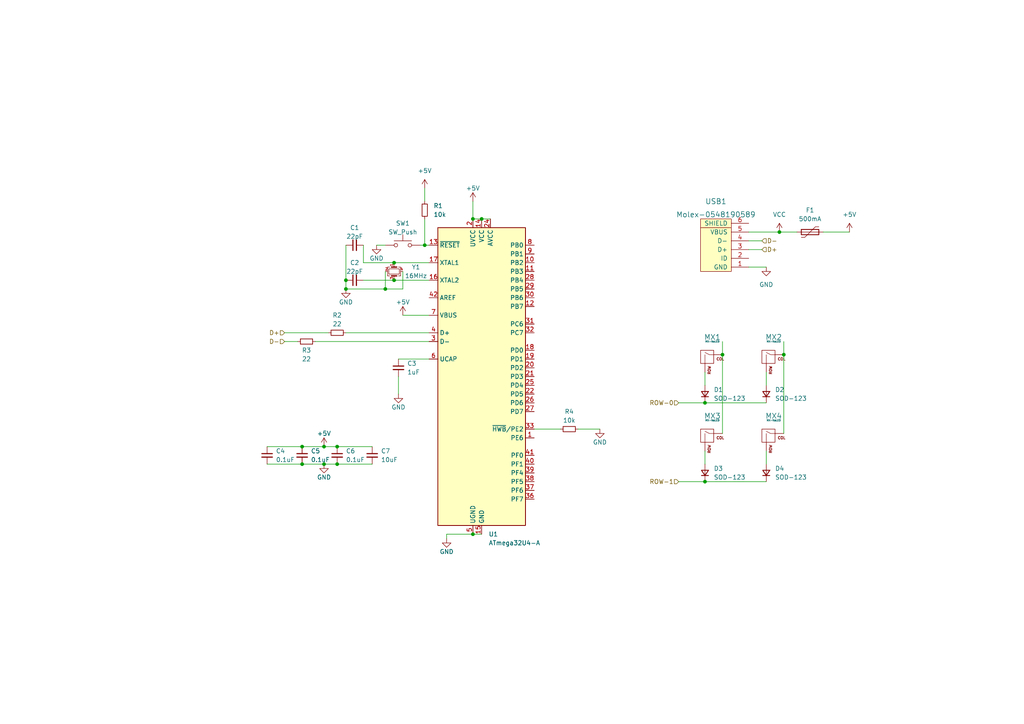
<source format=kicad_sch>
(kicad_sch (version 20211123) (generator eeschema)
  (paper "A4")
  (lib_symbols
    (symbol "Device:C_Small" (pin_numbers hide) (pin_names (offset 0.254) hide)
      (property "Reference" "C" (at 0.254 1.778 0))
      (property "Value" "C_Small" (at 0.254 -2.032 0))
      (symbol "C_Small_0_1"
        (polyline (pts (xy -1.524 -0.508) (xy 1.524 -0.508)) (stroke (width 0.3302)))
        (polyline (pts (xy -1.524 0.508) (xy 1.524 0.508)) (stroke (width 0.3048)))
      )
      (symbol "C_Small_1_1"
        (pin passive line (at 0 2.54 270) (length 2.032) (name "~") (number "1"))
        (pin passive line (at 0 -2.54 90) (length 2.032) (name "~") (number "2"))
      )
    )
    (symbol "Device:Crystal_GND24_Small" (pin_names (offset 1.016) hide)
      (property "Reference" "Y" (at 1.27 4.445 0))
      (property "Value" "Crystal_GND24_Small" (at 1.27 2.54 0))
      (symbol "Crystal_GND24_Small_0_1"
        (rectangle (start -0.762 -1.524) (end 0.762 1.524))
        (polyline (pts (xy -1.27 -0.762) (xy -1.27 0.762)) (stroke (width 0.381)))
        (polyline (pts (xy 1.27 -0.762) (xy 1.27 0.762)) (stroke (width 0.381)))
        (polyline (pts (xy -1.27 -1.27) (xy -1.27 -1.905) (xy 1.27 -1.905) (xy 1.27 -1.27)))
        (polyline (pts (xy -1.27 1.27) (xy -1.27 1.905) (xy 1.27 1.905) (xy 1.27 1.27)))
      )
      (symbol "Crystal_GND24_Small_1_1"
        (pin passive line (at -2.54 0 0) (length 1.27) (name "1") (number "1"))
        (pin passive line (at 0 -2.54 90) (length 0.635) (name "2") (number "2"))
        (pin passive line (at 2.54 0 180) (length 1.27) (name "3") (number "3"))
        (pin passive line (at 0 2.54 270) (length 0.635) (name "4") (number "4"))
      )
    )
    (symbol "Device:D_Small" (pin_numbers hide) (pin_names (offset 0.254) hide)
      (property "Reference" "D" (at -1.27 2.032 0))
      (property "Value" "D_Small" (at -3.81 -2.032 0))
      (symbol "D_Small_0_1"
        (polyline (pts (xy -0.762 -1.016) (xy -0.762 1.016)) (stroke (width 0.254)))
        (polyline (pts (xy -0.762 0) (xy 0.762 0)))
        (polyline (pts (xy 0.762 -1.016) (xy -0.762 0) (xy 0.762 1.016) (xy 0.762 -1.016)) (stroke (width 0.254)))
      )
      (symbol "D_Small_1_1"
        (pin passive line (at -2.54 0 0) (length 1.778) (name "K") (number "1"))
        (pin passive line (at 2.54 0 180) (length 1.778) (name "A") (number "2"))
      )
    )
    (symbol "Device:Polyfuse" (pin_numbers hide) (pin_names (offset 0))
      (property "Reference" "F" (at -2.54 0 90))
      (property "Value" "Polyfuse" (at 2.54 0 90))
      (symbol "Polyfuse_0_1"
        (rectangle (start -0.762 2.54) (end 0.762 -2.54) (stroke (width 0.254)))
        (polyline (pts (xy 0 2.54) (xy 0 -2.54)))
        (polyline (pts (xy -1.524 2.54) (xy -1.524 1.524) (xy 1.524 -1.524) (xy 1.524 -2.54)))
      )
      (symbol "Polyfuse_1_1"
        (pin passive line (at 0 3.81 270) (length 1.27) (name "~") (number "1"))
        (pin passive line (at 0 -3.81 90) (length 1.27) (name "~") (number "2"))
      )
    )
    (symbol "Device:R_Small" (pin_numbers hide) (pin_names (offset 0.254) hide)
      (property "Reference" "R" (at 0.762 0.508 0))
      (property "Value" "R_Small" (at 0.762 -1.016 0))
      (symbol "R_Small_0_1"
        (rectangle (start -0.762 1.778) (end 0.762 -1.778) (stroke (width 0.2032)))
      )
      (symbol "R_Small_1_1"
        (pin passive line (at 0 2.54 270) (length 0.762) (name "~") (number "1"))
        (pin passive line (at 0 -2.54 90) (length 0.762) (name "~") (number "2"))
      )
    )
    (symbol "MCU_Microchip_ATmega:ATmega32U4-A"
      (property "Reference" "U" (at -12.7 44.45 0))
      (property "Value" "ATmega32U4-A" (at 2.54 -44.45 0))
      (symbol "ATmega32U4-A_0_1"
        (rectangle (start -12.7 -43.18) (end 12.7 43.18) (stroke (width 0.254)) (fill (type background)))
      )
      (symbol "ATmega32U4-A_1_1"
        (pin bidirectional line (at 15.24 -17.78 180) (length 2.54) (name "PE6") (number "1"))
        (pin bidirectional line (at 15.24 33.02 180) (length 2.54) (name "PB2") (number "10"))
        (pin bidirectional line (at 15.24 30.48 180) (length 2.54) (name "PB3") (number "11"))
        (pin bidirectional line (at 15.24 20.32 180) (length 2.54) (name "PB7") (number "12"))
        (pin input line (at -15.24 38.1 0) (length 2.54) (name "~{RESET}") (number "13"))
        (pin power_in line (at 0 45.72 270) (length 2.54) (name "VCC") (number "14"))
        (pin power_in line (at 0 -45.72 90) (length 2.54) (name "GND") (number "15"))
        (pin output line (at -15.24 27.94 0) (length 2.54) (name "XTAL2") (number "16"))
        (pin input line (at -15.24 33.02 0) (length 2.54) (name "XTAL1") (number "17"))
        (pin bidirectional line (at 15.24 7.62 180) (length 2.54) (name "PD0") (number "18"))
        (pin bidirectional line (at 15.24 5.08 180) (length 2.54) (name "PD1") (number "19"))
        (pin power_in line (at -2.54 45.72 270) (length 2.54) (name "UVCC") (number "2"))
        (pin bidirectional line (at 15.24 2.54 180) (length 2.54) (name "PD2") (number "20"))
        (pin bidirectional line (at 15.24 0 180) (length 2.54) (name "PD3") (number "21"))
        (pin bidirectional line (at 15.24 -5.08 180) (length 2.54) (name "PD5") (number "22"))
        (pin passive line (at 0 -45.72 90) (length 2.54) hide (name "GND") (number "23"))
        (pin power_in line (at 2.54 45.72 270) (length 2.54) (name "AVCC") (number "24"))
        (pin bidirectional line (at 15.24 -2.54 180) (length 2.54) (name "PD4") (number "25"))
        (pin bidirectional line (at 15.24 -7.62 180) (length 2.54) (name "PD6") (number "26"))
        (pin bidirectional line (at 15.24 -10.16 180) (length 2.54) (name "PD7") (number "27"))
        (pin bidirectional line (at 15.24 27.94 180) (length 2.54) (name "PB4") (number "28"))
        (pin bidirectional line (at 15.24 25.4 180) (length 2.54) (name "PB5") (number "29"))
        (pin bidirectional line (at -15.24 10.16 0) (length 2.54) (name "D-") (number "3"))
        (pin bidirectional line (at 15.24 22.86 180) (length 2.54) (name "PB6") (number "30"))
        (pin bidirectional line (at 15.24 15.24 180) (length 2.54) (name "PC6") (number "31"))
        (pin bidirectional line (at 15.24 12.7 180) (length 2.54) (name "PC7") (number "32"))
        (pin bidirectional line (at 15.24 -15.24 180) (length 2.54) (name "~{HWB}/PE2") (number "33"))
        (pin passive line (at 0 45.72 270) (length 2.54) hide (name "VCC") (number "34"))
        (pin passive line (at 0 -45.72 90) (length 2.54) hide (name "GND") (number "35"))
        (pin bidirectional line (at 15.24 -35.56 180) (length 2.54) (name "PF7") (number "36"))
        (pin bidirectional line (at 15.24 -33.02 180) (length 2.54) (name "PF6") (number "37"))
        (pin bidirectional line (at 15.24 -30.48 180) (length 2.54) (name "PF5") (number "38"))
        (pin bidirectional line (at 15.24 -27.94 180) (length 2.54) (name "PF4") (number "39"))
        (pin bidirectional line (at -15.24 12.7 0) (length 2.54) (name "D+") (number "4"))
        (pin bidirectional line (at 15.24 -25.4 180) (length 2.54) (name "PF1") (number "40"))
        (pin bidirectional line (at 15.24 -22.86 180) (length 2.54) (name "PF0") (number "41"))
        (pin passive line (at -15.24 22.86 0) (length 2.54) (name "AREF") (number "42"))
        (pin passive line (at 0 -45.72 90) (length 2.54) hide (name "GND") (number "43"))
        (pin passive line (at 2.54 45.72 270) (length 2.54) hide (name "AVCC") (number "44"))
        (pin passive line (at -2.54 -45.72 90) (length 2.54) (name "UGND") (number "5"))
        (pin passive line (at -15.24 5.08 0) (length 2.54) (name "UCAP") (number "6"))
        (pin input line (at -15.24 17.78 0) (length 2.54) (name "VBUS") (number "7"))
        (pin bidirectional line (at 15.24 38.1 180) (length 2.54) (name "PB0") (number "8"))
        (pin bidirectional line (at 15.24 35.56 180) (length 2.54) (name "PB1") (number "9"))
      )
    )
    (symbol "MX_Alps_Hybrid:MX-NoLED" (pin_names (offset 1.016))
      (property "Reference" "MX" (at -0.635 3.81 0))
      (property "Value" "MX-NoLED" (at -0.635 1.27 0))
      (symbol "MX-NoLED_0_0"
        (rectangle (start -2.54 2.54) (end 1.27 -1.27))
        (polyline (pts (xy -1.27 -1.27) (xy -1.27 1.27)) (stroke (width 0.127)))
        (polyline (pts (xy 1.27 1.27) (xy 0 1.27) (xy -1.27 1.905)) (stroke (width 0.127)))
        (text "COL" (at 3.175 0 0) (effects (font (size 0.762 0.762))))
        (text "ROW" (at 0 -1.905 900) (effects (font (size 0.762 0.762)) (justify right)))
      )
      (symbol "MX-NoLED_1_1"
        (pin passive line (at 3.81 1.27 180) (length 2.54) (name "COL") (number "1"))
        (pin passive line (at -1.27 -3.81 90) (length 2.54) (name "ROW") (number "2"))
      )
    )
    (symbol "Switch:SW_Push" (pin_numbers hide) (pin_names (offset 1.016) hide)
      (property "Reference" "SW" (at 1.27 2.54 0))
      (property "Value" "SW_Push" (at 0 -1.524 0))
      (symbol "SW_Push_0_1"
        (circle (center -2.032 0) (radius 0.508))
        (polyline (pts (xy 0 1.27) (xy 0 3.048)))
        (polyline (pts (xy 2.54 1.27) (xy -2.54 1.27)))
        (circle (center 2.032 0) (radius 0.508))
        (pin passive line (at -5.08 0 0) (length 2.54) (name "1") (number "1"))
        (pin passive line (at 5.08 0 180) (length 2.54) (name "2") (number "2"))
      )
    )
    (symbol "power:+5V" (power) (pin_names (offset 0))
      (property "Value" "+5V" (at 0 3.556 0))
      (symbol "+5V_0_1"
        (polyline (pts (xy -0.762 1.27) (xy 0 2.54)))
        (polyline (pts (xy 0 0) (xy 0 2.54)))
        (polyline (pts (xy 0 2.54) (xy 0.762 1.27)))
      )
      (symbol "+5V_1_1"
        (pin power_in line (at 0 0 90) (length 0) hide (name "+5V") (number "1"))
      )
    )
    (symbol "power:GND" (power) (pin_names (offset 0))
      (property "Value" "GND" (at 0 -3.81 0))
      (symbol "GND_0_1"
        (polyline (pts (xy 0 0) (xy 0 -1.27) (xy 1.27 -1.27) (xy 0 -2.54) (xy -1.27 -1.27) (xy 0 -1.27)))
      )
      (symbol "GND_1_1"
        (pin power_in line (at 0 0 270) (length 0) hide (name "GND") (number "1"))
      )
    )
    (symbol "power:VCC" (power) (pin_names (offset 0))
      (property "Value" "VCC" (at 0 3.81 0))
      (symbol "VCC_0_1"
        (polyline (pts (xy -0.762 1.27) (xy 0 2.54)))
        (polyline (pts (xy 0 0) (xy 0 2.54)))
        (polyline (pts (xy 0 2.54) (xy 0.762 1.27)))
      )
      (symbol "VCC_1_1"
        (pin power_in line (at 0 0 90) (length 0) hide (name "VCC") (number "1"))
      )
    )
    (symbol "random-keyboard-parts:Molex-0548190589" (pin_names (offset 1.016))
      (property "Reference" "USB" (at 0 7.62 0))
      (property "Value" "Molex-0548190589" (at 0 10.16 0))
      (symbol "Molex-0548190589_0_0"
        (polyline (pts (xy 6.35 -2.54) (xy 6.35 6.35)))
        (rectangle (start 8.89 -2.54) (end -6.35 6.35) (fill (type background)))
      )
      (symbol "Molex-0548190589_1_1"
        (pin input line (at -5.08 -7.62 90) (length 5.08) (name "GND") (number "1"))
        (pin input line (at -2.54 -7.62 90) (length 5.08) (name "ID") (number "2"))
        (pin input line (at 0 -7.62 90) (length 5.08) (name "D+") (number "3"))
        (pin input line (at 2.54 -7.62 90) (length 5.08) (name "D-") (number "4"))
        (pin input line (at 5.08 -7.62 90) (length 5.08) (name "VBUS") (number "5"))
        (pin input line (at 7.62 -7.62 90) (length 5.08) (name "SHIELD") (number "6"))
      )
    )
  )
  (junction (at 100.33 83.82))
  (junction (at 100.33 81.28))
  (junction (at 204.47 116.84))
  (junction (at 226.06 67.31))
  (junction (at 93.98 129.54))
  (junction (at 139.7 63.5))
  (junction (at 114.3 81.28))
  (junction (at 87.63 129.54))
  (junction (at 137.16 154.94))
  (junction (at 97.79 129.54))
  (junction (at 114.3 76.2))
  (junction (at 97.79 134.62))
  (junction (at 123.19 71.12))
  (junction (at 111.76 83.82))
  (junction (at 209.55 102.87))
  (junction (at 137.16 63.5))
  (junction (at 93.98 134.62))
  (junction (at 204.47 139.7))
  (junction (at 87.63 134.62))
  (junction (at 227.33 102.87))
  (wire (pts (xy 111.76 78.74) (xy 111.76 83.82)))
  (wire (pts (xy 227.33 99.06) (xy 227.33 102.87)))
  (wire (pts (xy 209.55 102.87) (xy 209.55 125.73)))
  (wire (pts (xy 217.17 69.85) (xy 220.98 69.85)))
  (wire (pts (xy 114.3 81.28) (xy 124.46 81.28)))
  (wire (pts (xy 100.33 81.28) (xy 100.33 83.82)))
  (wire (pts (xy 196.85 139.7) (xy 204.47 139.7)))
  (wire (pts (xy 97.79 134.62) (xy 107.95 134.62)))
  (wire (pts (xy 217.17 67.31) (xy 226.06 67.31)))
  (wire (pts (xy 109.22 71.12) (xy 111.76 71.12)))
  (wire (pts (xy 97.79 129.54) (xy 107.95 129.54)))
  (wire (pts (xy 204.47 107.95) (xy 204.47 111.76)))
  (wire (pts (xy 217.17 77.47) (xy 222.25 77.47)))
  (wire (pts (xy 137.16 154.94) (xy 129.54 154.94)))
  (wire (pts (xy 114.3 76.2) (xy 124.46 76.2)))
  (wire (pts (xy 204.47 116.84) (xy 222.25 116.84)))
  (wire (pts (xy 196.85 116.84) (xy 204.47 116.84)))
  (wire (pts (xy 204.47 139.7) (xy 222.25 139.7)))
  (wire (pts (xy 121.92 71.12) (xy 123.19 71.12)))
  (wire (pts (xy 116.84 91.44) (xy 124.46 91.44)))
  (wire (pts (xy 93.98 129.54) (xy 97.79 129.54)))
  (wire (pts (xy 204.47 130.81) (xy 204.47 134.62)))
  (wire (pts (xy 154.94 124.46) (xy 162.56 124.46)))
  (wire (pts (xy 105.41 76.2) (xy 105.41 71.12)))
  (wire (pts (xy 115.57 109.22) (xy 115.57 114.3)))
  (wire (pts (xy 100.33 83.82) (xy 111.76 83.82)))
  (wire (pts (xy 124.46 104.14) (xy 115.57 104.14)))
  (wire (pts (xy 100.33 71.12) (xy 100.33 81.28)))
  (wire (pts (xy 91.44 99.06) (xy 124.46 99.06)))
  (wire (pts (xy 87.63 129.54) (xy 93.98 129.54)))
  (wire (pts (xy 137.16 63.5) (xy 137.16 58.42)))
  (wire (pts (xy 217.17 72.39) (xy 220.98 72.39)))
  (wire (pts (xy 238.76 67.31) (xy 246.38 67.31)))
  (wire (pts (xy 222.25 130.81) (xy 222.25 134.62)))
  (wire (pts (xy 114.3 76.2) (xy 105.41 76.2)))
  (wire (pts (xy 116.84 78.74) (xy 116.84 83.82)))
  (wire (pts (xy 139.7 154.94) (xy 137.16 154.94)))
  (wire (pts (xy 77.47 129.54) (xy 87.63 129.54)))
  (wire (pts (xy 87.63 134.62) (xy 93.98 134.62)))
  (wire (pts (xy 222.25 107.95) (xy 222.25 111.76)))
  (wire (pts (xy 123.19 71.12) (xy 124.46 71.12)))
  (wire (pts (xy 82.55 96.52) (xy 95.25 96.52)))
  (wire (pts (xy 123.19 54.61) (xy 123.19 58.42)))
  (wire (pts (xy 82.55 99.06) (xy 86.36 99.06)))
  (wire (pts (xy 100.33 96.52) (xy 124.46 96.52)))
  (wire (pts (xy 105.41 81.28) (xy 114.3 81.28)))
  (wire (pts (xy 139.7 63.5) (xy 137.16 63.5)))
  (wire (pts (xy 209.55 99.06) (xy 209.55 102.87)))
  (wire (pts (xy 129.54 154.94) (xy 129.54 156.21)))
  (wire (pts (xy 77.47 134.62) (xy 87.63 134.62)))
  (wire (pts (xy 111.76 83.82) (xy 116.84 83.82)))
  (wire (pts (xy 227.33 102.87) (xy 227.33 125.73)))
  (wire (pts (xy 226.06 67.31) (xy 231.14 67.31)))
  (wire (pts (xy 167.64 124.46) (xy 173.99 124.46)))
  (wire (pts (xy 123.19 63.5) (xy 123.19 71.12)))
  (wire (pts (xy 142.24 63.5) (xy 139.7 63.5)))
  (wire (pts (xy 93.98 134.62) (xy 97.79 134.62)))
  (hierarchical_label "D+" (shape input) (at 220.98 72.39 0))
  (hierarchical_label "D-" (shape input) (at 82.55 99.06 180))
  (hierarchical_label "ROW-1" (shape input) (at 196.85 139.7 180))
  (hierarchical_label "D-" (shape input) (at 220.98 69.85 0))
  (hierarchical_label "D+" (shape input) (at 82.55 96.52 180))
  (hierarchical_label "ROW-0" (shape input) (at 196.85 116.84 180))
  (symbol (lib_id "power:GND") (at 173.99 124.46 0) (unit 1)
    (property "Reference" "#PWR010" (effects hide))
    (property "Value" "GND" (at 173.99 128.27 0))
  )
  (symbol (lib_id "Device:D_Small") (at 204.47 114.3 90) (unit 1)
    (property "Reference" "D1" (at 207.01 113.0299 90) (effects (justify right)))
    (property "Value" "SOD-123" (at 207.01 115.5699 90) (effects (justify right)))
    (property "Footprint" "Diode_SMD:D_SOD-123" (effects hide))
  )
  (symbol (lib_id "power:+5V") (at 137.16 58.42 0) (unit 1)
    (property "Reference" "#PWR02" (effects hide))
    (property "Value" "+5V" (at 137.16 54.61 0))
  )
  (symbol (lib_id "Device:Crystal_GND24_Small") (at 114.3 78.74 270) (unit 1)
    (property "Reference" "Y1" (at 120.65 77.47 90))
    (property "Value" "16MHz" (at 120.65 80.01 90))
    (property "Footprint" "Crystal:Crystal_SMD_3225-4Pin_3.2x2.5mm" (effects hide))
  )
  (symbol (lib_id "Device:C_Small") (at 115.57 106.68 0) (unit 1)
    (property "Reference" "C3" (at 118.11 105.4162 0) (effects (justify left)))
    (property "Value" "1uF" (at 118.11 107.95 0) (effects (justify left)))
    (property "Footprint" "Capacitor_SMD:C_0805_2012Metric" (effects hide))
  )
  (symbol (lib_id "power:+5V") (at 246.38 67.31 0) (unit 1)
    (property "Reference" "#PWR04" (effects hide))
    (property "Value" "+5V" (at 246.38 62.23 0))
  )
  (symbol (lib_id "Switch:SW_Push") (at 116.84 71.12 0) (unit 1)
    (property "Reference" "SW1" (at 116.84 64.77 0))
    (property "Value" "SW_Push" (at 116.84 67.31 0))
    (property "Footprint" "random-keyboard-parts:SKQG-1155865" (effects hide))
  )
  (symbol (lib_id "Device:C_Small") (at 87.63 132.08 0) (unit 1)
    (property "Reference" "C5" (at 90.17 130.8162 0) (effects (justify left)))
    (property "Value" "0.1uF" (at 90.17 133.3562 0) (effects (justify left)))
    (property "Footprint" "Capacitor_SMD:C_0805_2012Metric" (effects hide))
  )
  (symbol (lib_id "power:GND") (at 93.98 134.62 0) (unit 1)
    (property "Reference" "#PWR012" (effects hide))
    (property "Value" "GND" (at 93.98 138.43 0))
  )
  (symbol (lib_id "Device:D_Small") (at 204.47 137.16 90) (unit 1)
    (property "Reference" "D3" (at 207.01 135.8899 90) (effects (justify right)))
    (property "Value" "SOD-123" (at 207.01 138.4299 90) (effects (justify right)))
    (property "Footprint" "Diode_SMD:D_SOD-123" (effects hide))
  )
  (symbol (lib_id "power:+5V") (at 93.98 129.54 0) (unit 1)
    (property "Reference" "#PWR011" (effects hide))
    (property "Value" "+5V" (at 93.98 125.73 0))
  )
  (symbol (lib_id "Device:D_Small") (at 222.25 114.3 90) (unit 1)
    (property "Reference" "D2" (at 224.79 113.0299 90) (effects (justify right)))
    (property "Value" "SOD-123" (at 224.79 115.5699 90) (effects (justify right)))
    (property "Footprint" "Diode_SMD:D_SOD-123" (effects hide))
  )
  (symbol (lib_id "Device:C_Small") (at 102.87 71.12 90) (unit 1)
    (property "Reference" "C1" (at 102.87 66.04 90))
    (property "Value" "22pF" (at 102.87 68.58 90))
    (property "Footprint" "Capacitor_SMD:C_0805_2012Metric" (effects hide))
  )
  (symbol (lib_id "power:VCC") (at 226.06 67.31 0) (unit 1)
    (property "Reference" "#PWR03" (effects hide))
    (property "Value" "VCC" (at 226.06 62.23 0))
  )
  (symbol (lib_id "Device:C_Small") (at 102.87 81.28 90) (unit 1)
    (property "Reference" "C2" (at 102.87 76.2 90))
    (property "Value" "22pF" (at 102.87 78.74 90))
    (property "Footprint" "Capacitor_SMD:C_0805_2012Metric" (effects hide))
  )
  (symbol (lib_id "Device:C_Small") (at 77.47 132.08 0) (unit 1)
    (property "Reference" "C4" (at 80.01 130.8162 0) (effects (justify left)))
    (property "Value" "0.1uF" (at 80.01 133.3562 0) (effects (justify left)))
    (property "Footprint" "Capacitor_SMD:C_0805_2012Metric" (effects hide))
  )
  (symbol (lib_id "power:GND") (at 115.57 114.3 0) (unit 1)
    (property "Reference" "#PWR09" (effects hide))
    (property "Value" "GND" (at 115.57 118.11 0))
  )
  (symbol (lib_id "power:+5V") (at 123.19 54.61 0) (unit 1)
    (property "Reference" "#PWR01" (effects hide))
    (property "Value" "+5V" (at 123.19 49.53 0))
  )
  (symbol (lib_id "power:GND") (at 100.33 83.82 0) (unit 1)
    (property "Reference" "#PWR07" (effects hide))
    (property "Value" "GND" (at 100.33 87.63 0))
  )
  (symbol (lib_id "power:GND") (at 109.22 71.12 0) (unit 1)
    (property "Reference" "#PWR05" (effects hide))
    (property "Value" "GND" (at 109.22 74.93 0))
  )
  (symbol (lib_id "Device:R_Small") (at 123.19 60.96 0) (unit 1)
    (property "Reference" "R1" (at 125.73 59.6899 0) (effects (justify left)))
    (property "Value" "10k" (at 125.73 62.2299 0) (effects (justify left)))
    (property "Footprint" "Resistor_SMD:R_0805_2012Metric" (effects hide))
  )
  (symbol (lib_id "MX_Alps_Hybrid:MX-NoLED") (at 205.74 127 0) (unit 1)
    (property "Reference" "MX3" (at 206.6256 120.65 0) (effects (font (size 1.524 1.524))))
    (property "Value" "MX-NoLED" (at 206.6256 121.92 0) (effects (font (size 0.508 0.508))))
    (property "Footprint" "MX_Alps_Hybrid:MX-1U-NoLED" (effects hide))
  )
  (symbol (lib_id "Device:R_Small") (at 97.79 96.52 270) (unit 1)
    (property "Reference" "R2" (at 97.79 91.44 90))
    (property "Value" "22" (at 97.79 93.98 90))
    (property "Footprint" "Resistor_SMD:R_0805_2012Metric" (effects hide))
  )
  (symbol (lib_id "MX_Alps_Hybrid:MX-NoLED") (at 223.52 127 0) (unit 1)
    (property "Reference" "MX4" (at 224.4056 120.65 0) (effects (font (size 1.524 1.524))))
    (property "Value" "MX-NoLED" (at 224.4056 121.92 0) (effects (font (size 0.508 0.508))))
    (property "Footprint" "MX_Alps_Hybrid:MX-1U-NoLED" (effects hide))
  )
  (symbol (lib_id "random-keyboard-parts:Molex-0548190589") (at 209.55 72.39 90) (unit 1)
    (property "Reference" "USB1" (at 207.645 58.42 90) (effects (font (size 1.524 1.524))))
    (property "Value" "Molex-0548190589" (at 207.645 62.23 90) (effects (font (size 1.524 1.524))))
    (property "Footprint" "random-keyboard-parts:Molex-0548190589" (effects hide))
  )
  (symbol (lib_id "Device:C_Small") (at 97.79 132.08 0) (unit 1)
    (property "Reference" "C6" (at 100.33 130.8162 0) (effects (justify left)))
    (property "Value" "0.1uF" (at 100.33 133.3562 0) (effects (justify left)))
    (property "Footprint" "Capacitor_SMD:C_0805_2012Metric" (effects hide))
  )
  (symbol (lib_id "power:GND") (at 129.54 156.21 0) (unit 1)
    (property "Reference" "#PWR013" (effects hide))
    (property "Value" "GND" (at 129.54 160.02 0))
  )
  (symbol (lib_id "MX_Alps_Hybrid:MX-NoLED") (at 223.52 104.14 0) (unit 1)
    (property "Reference" "MX2" (at 224.4056 97.79 0) (effects (font (size 1.524 1.524))))
    (property "Value" "MX-NoLED" (at 224.4056 99.06 0) (effects (font (size 0.508 0.508))))
    (property "Footprint" "MX_Alps_Hybrid:MX-1U-NoLED" (effects hide))
  )
  (symbol (lib_id "Device:R_Small") (at 88.9 99.06 270) (unit 1)
    (property "Reference" "R3" (at 88.9 101.6 90))
    (property "Value" "22" (at 88.9 104.14 90))
    (property "Footprint" "Resistor_SMD:R_0805_2012Metric" (effects hide))
  )
  (symbol (lib_id "power:GND") (at 222.25 77.47 0) (unit 1)
    (property "Reference" "#PWR06" (effects hide))
    (property "Value" "GND" (at 222.25 82.55 0))
  )
  (symbol (lib_id "MX_Alps_Hybrid:MX-NoLED") (at 205.74 104.14 0) (unit 1)
    (property "Reference" "MX1" (at 206.6256 97.79 0) (effects (font (size 1.524 1.524))))
    (property "Value" "MX-NoLED" (at 206.6256 99.06 0) (effects (font (size 0.508 0.508))))
    (property "Footprint" "MX_Alps_Hybrid:MX-1U-NoLED" (effects hide))
  )
  (symbol (lib_id "power:+5V") (at 116.84 91.44 0) (unit 1)
    (property "Reference" "#PWR08" (effects hide))
    (property "Value" "+5V" (at 116.84 87.63 0))
  )
  (symbol (lib_id "Device:D_Small") (at 222.25 137.16 90) (unit 1)
    (property "Reference" "D4" (at 224.79 135.8899 90) (effects (justify right)))
    (property "Value" "SOD-123" (at 224.79 138.4299 90) (effects (justify right)))
    (property "Footprint" "Diode_SMD:D_SOD-123" (effects hide))
  )
  (symbol (lib_id "Device:Polyfuse") (at 234.95 67.31 90) (unit 1)
    (property "Reference" "F1" (at 234.95 60.96 90))
    (property "Value" "500mA" (at 234.95 63.5 90))
    (property "Footprint" "Fuse:Fuse_1206_3216Metric" (effects hide))
  )
  (symbol (lib_id "MCU_Microchip_ATmega:ATmega32U4-A") (at 139.7 109.22 0) (unit 1)
    (property "Reference" "U1" (at 141.7194 154.94 0) (effects (justify left)))
    (property "Value" "ATmega32U4-A" (at 141.7194 157.48 0) (effects (justify left)))
    (property "Footprint" "Package_QFP:TQFP-44_10x10mm_P0.8mm" (effects hide))
    (property "Datasheet" "http://ww1.microchip.com/downloads/en/DeviceDoc/Atmel-7766-8-bit-AVR-ATmega16U4-32U4_Datasheet.pdf" (effects hide))
  )
  (symbol (lib_id "Device:R_Small") (at 165.1 124.46 90) (unit 1)
    (property "Reference" "R4" (at 165.1 119.38 90))
    (property "Value" "10k" (at 165.1 121.92 90))
    (property "Footprint" "Resistor_SMD:R_0805_2012Metric" (effects hide))
  )
  (symbol (lib_id "Device:C_Small") (at 107.95 132.08 0) (unit 1)
    (property "Reference" "C7" (at 110.49 130.8162 0) (effects (justify left)))
    (property "Value" "10uF" (at 110.49 133.3562 0) (effects (justify left)))
    (property "Footprint" "Capacitor_SMD:C_0805_2012Metric" (effects hide))
  )
)
</source>
